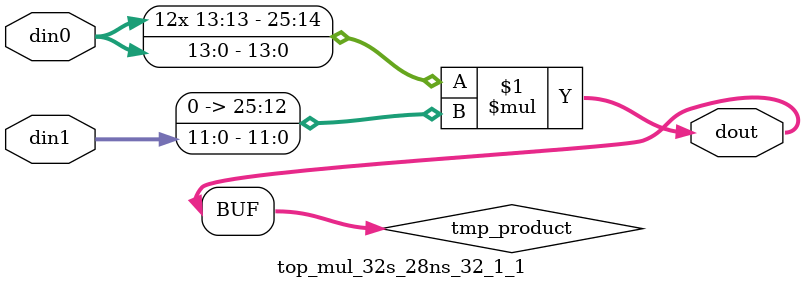
<source format=v>

`timescale 1 ns / 1 ps

  module top_mul_32s_28ns_32_1_1(din0, din1, dout);
parameter ID = 1;
parameter NUM_STAGE = 0;
parameter din0_WIDTH = 14;
parameter din1_WIDTH = 12;
parameter dout_WIDTH = 26;

input [din0_WIDTH - 1 : 0] din0; 
input [din1_WIDTH - 1 : 0] din1; 
output [dout_WIDTH - 1 : 0] dout;

wire signed [dout_WIDTH - 1 : 0] tmp_product;












assign tmp_product = $signed(din0) * $signed({1'b0, din1});









assign dout = tmp_product;







endmodule

</source>
